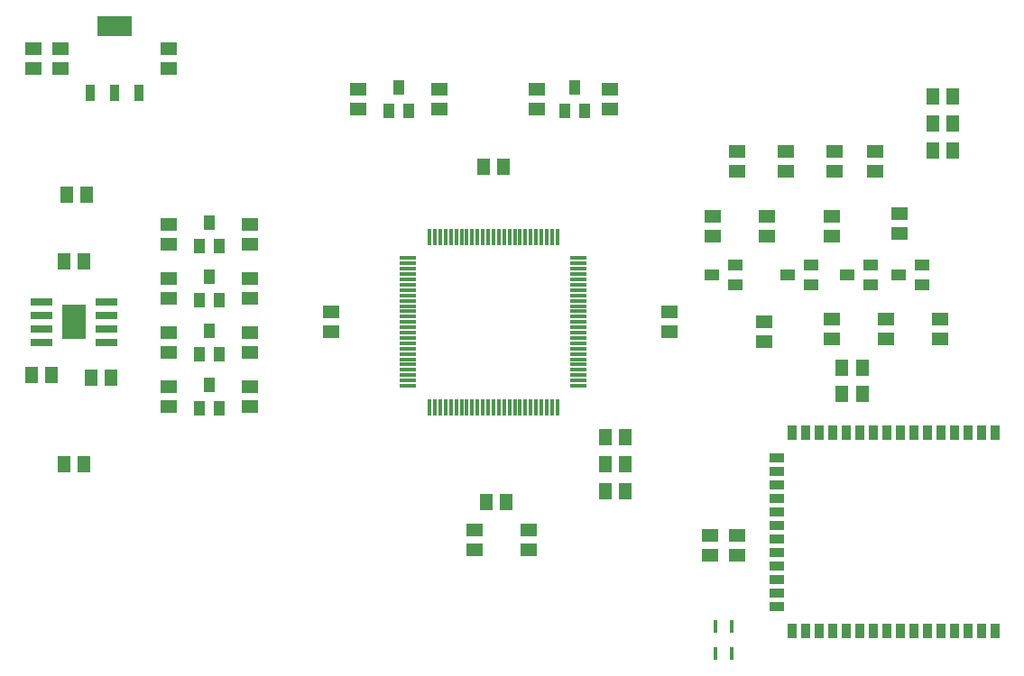
<source format=gtp>
G75*
%MOIN*%
%OFA0B0*%
%FSLAX25Y25*%
%IPPOS*%
%LPD*%
%AMOC8*
5,1,8,0,0,1.08239X$1,22.5*
%
%ADD10R,0.05906X0.05118*%
%ADD11R,0.05118X0.05906*%
%ADD12R,0.05512X0.03543*%
%ADD13R,0.03543X0.05512*%
%ADD14R,0.01772X0.04921*%
%ADD15R,0.08000X0.02600*%
%ADD16R,0.09000X0.13100*%
%ADD17R,0.03300X0.06300*%
%ADD18R,0.13000X0.07500*%
%ADD19R,0.05512X0.03937*%
%ADD20R,0.05906X0.01378*%
%ADD21R,0.01378X0.05906*%
%ADD22R,0.03937X0.05512*%
D10*
X0091800Y0109755D03*
X0091800Y0117235D03*
X0091800Y0129755D03*
X0091800Y0137235D03*
X0091800Y0149755D03*
X0091800Y0157235D03*
X0091800Y0169755D03*
X0091800Y0177235D03*
X0121800Y0177235D03*
X0121800Y0169755D03*
X0121800Y0157235D03*
X0121800Y0149755D03*
X0121800Y0137235D03*
X0121800Y0129755D03*
X0121800Y0117235D03*
X0121800Y0109755D03*
X0151800Y0137255D03*
X0151800Y0144735D03*
X0161800Y0219755D03*
X0161800Y0227235D03*
X0191800Y0227235D03*
X0191800Y0219755D03*
X0227800Y0219755D03*
X0227800Y0227235D03*
X0254800Y0227235D03*
X0254800Y0219755D03*
X0301800Y0204235D03*
X0301800Y0196755D03*
X0319800Y0196755D03*
X0319800Y0204235D03*
X0337800Y0204235D03*
X0337800Y0196755D03*
X0352800Y0196755D03*
X0352800Y0204235D03*
X0361800Y0181235D03*
X0361800Y0173755D03*
X0336800Y0172755D03*
X0336800Y0180235D03*
X0312800Y0180235D03*
X0312800Y0172755D03*
X0292800Y0172755D03*
X0292800Y0180235D03*
X0276800Y0144735D03*
X0276800Y0137255D03*
X0311800Y0133755D03*
X0311800Y0141235D03*
X0336800Y0142235D03*
X0336800Y0134755D03*
X0356800Y0134755D03*
X0356800Y0142235D03*
X0376800Y0142235D03*
X0376800Y0134755D03*
X0301800Y0062235D03*
X0291800Y0062235D03*
X0291800Y0054755D03*
X0301800Y0054755D03*
X0224800Y0056755D03*
X0224800Y0064235D03*
X0204800Y0064235D03*
X0204800Y0056755D03*
X0091800Y0234755D03*
X0091800Y0242235D03*
X0051800Y0242235D03*
X0051800Y0234755D03*
X0041800Y0234755D03*
X0041800Y0242235D03*
D11*
X0053060Y0088495D03*
X0060540Y0088495D03*
X0063060Y0120495D03*
X0070540Y0120495D03*
X0048540Y0121495D03*
X0041060Y0121495D03*
X0053060Y0163495D03*
X0060540Y0163495D03*
X0061540Y0187995D03*
X0054060Y0187995D03*
X0208060Y0198495D03*
X0215540Y0198495D03*
X0340560Y0123995D03*
X0348040Y0123995D03*
X0348040Y0114495D03*
X0340560Y0114495D03*
X0260540Y0098495D03*
X0253060Y0098495D03*
X0253060Y0088495D03*
X0260540Y0088495D03*
X0260540Y0078495D03*
X0253060Y0078495D03*
X0216540Y0074495D03*
X0209060Y0074495D03*
X0374060Y0204495D03*
X0381540Y0204495D03*
X0381540Y0214495D03*
X0374060Y0214495D03*
X0374060Y0224495D03*
X0381540Y0224495D03*
D12*
X0316339Y0090896D03*
X0316339Y0085896D03*
X0316339Y0080896D03*
X0316339Y0075896D03*
X0316339Y0070896D03*
X0316339Y0065896D03*
X0316339Y0060896D03*
X0316339Y0055896D03*
X0316339Y0050896D03*
X0316339Y0045896D03*
X0316339Y0040896D03*
X0316339Y0035896D03*
D13*
X0322127Y0026841D03*
X0327127Y0026841D03*
X0332127Y0026841D03*
X0337127Y0026841D03*
X0342127Y0026841D03*
X0347127Y0026841D03*
X0352127Y0026841D03*
X0357127Y0026841D03*
X0362127Y0026841D03*
X0367127Y0026841D03*
X0372127Y0026841D03*
X0377127Y0026841D03*
X0382127Y0026841D03*
X0387127Y0026841D03*
X0392127Y0026841D03*
X0397127Y0026841D03*
X0397127Y0100149D03*
X0392127Y0100149D03*
X0387127Y0100149D03*
X0382127Y0100149D03*
X0377127Y0100149D03*
X0372127Y0100149D03*
X0367127Y0100149D03*
X0362127Y0100149D03*
X0357127Y0100149D03*
X0352127Y0100149D03*
X0347127Y0100149D03*
X0342127Y0100149D03*
X0337127Y0100149D03*
X0332127Y0100149D03*
X0327127Y0100149D03*
X0322127Y0100149D03*
D14*
X0299851Y0028495D03*
X0293749Y0028495D03*
X0293749Y0018495D03*
X0299851Y0018495D03*
D15*
X0068900Y0133495D03*
X0068900Y0138495D03*
X0068900Y0143495D03*
X0068900Y0148495D03*
X0044700Y0148495D03*
X0044700Y0143495D03*
X0044700Y0138495D03*
X0044700Y0133495D03*
D16*
X0056800Y0140995D03*
D17*
X0062745Y0225895D03*
X0071800Y0225895D03*
X0080855Y0225895D03*
D18*
X0071800Y0250495D03*
D19*
X0292469Y0158495D03*
X0301131Y0162235D03*
X0301131Y0154755D03*
X0320469Y0158495D03*
X0329131Y0162235D03*
X0329131Y0154755D03*
X0342469Y0158495D03*
X0351131Y0162235D03*
X0351131Y0154755D03*
X0361469Y0158495D03*
X0370131Y0162235D03*
X0370131Y0154755D03*
D20*
X0243296Y0154774D03*
X0243296Y0152806D03*
X0243296Y0150837D03*
X0243296Y0148869D03*
X0243296Y0146900D03*
X0243296Y0144932D03*
X0243296Y0142963D03*
X0243296Y0140995D03*
X0243296Y0139026D03*
X0243296Y0137058D03*
X0243296Y0135089D03*
X0243296Y0133121D03*
X0243296Y0131152D03*
X0243296Y0129184D03*
X0243296Y0127215D03*
X0243296Y0125247D03*
X0243296Y0123278D03*
X0243296Y0121310D03*
X0243296Y0119341D03*
X0243296Y0117373D03*
X0243296Y0156743D03*
X0243296Y0158711D03*
X0243296Y0160680D03*
X0243296Y0162648D03*
X0243296Y0164617D03*
X0180304Y0164617D03*
X0180304Y0162648D03*
X0180304Y0160680D03*
X0180304Y0158711D03*
X0180304Y0156743D03*
X0180304Y0154774D03*
X0180304Y0152806D03*
X0180304Y0150837D03*
X0180304Y0148869D03*
X0180304Y0146900D03*
X0180304Y0144932D03*
X0180304Y0142963D03*
X0180304Y0140995D03*
X0180304Y0139026D03*
X0180304Y0137058D03*
X0180304Y0135089D03*
X0180304Y0133121D03*
X0180304Y0131152D03*
X0180304Y0129184D03*
X0180304Y0127215D03*
X0180304Y0125247D03*
X0180304Y0123278D03*
X0180304Y0121310D03*
X0180304Y0119341D03*
X0180304Y0117373D03*
D21*
X0188178Y0109499D03*
X0190146Y0109499D03*
X0192115Y0109499D03*
X0194083Y0109499D03*
X0196052Y0109499D03*
X0198020Y0109499D03*
X0199989Y0109499D03*
X0201957Y0109499D03*
X0203926Y0109499D03*
X0205894Y0109499D03*
X0207863Y0109499D03*
X0209831Y0109499D03*
X0211800Y0109499D03*
X0213769Y0109499D03*
X0215737Y0109499D03*
X0217706Y0109499D03*
X0219674Y0109499D03*
X0221643Y0109499D03*
X0223611Y0109499D03*
X0225580Y0109499D03*
X0227548Y0109499D03*
X0229517Y0109499D03*
X0231485Y0109499D03*
X0233454Y0109499D03*
X0235422Y0109499D03*
X0235422Y0172491D03*
X0233454Y0172491D03*
X0231485Y0172491D03*
X0229517Y0172491D03*
X0227548Y0172491D03*
X0225580Y0172491D03*
X0223611Y0172491D03*
X0221643Y0172491D03*
X0219674Y0172491D03*
X0217706Y0172491D03*
X0215737Y0172491D03*
X0213769Y0172491D03*
X0211800Y0172491D03*
X0209831Y0172491D03*
X0207863Y0172491D03*
X0205894Y0172491D03*
X0203926Y0172491D03*
X0201957Y0172491D03*
X0199989Y0172491D03*
X0198020Y0172491D03*
X0196052Y0172491D03*
X0194083Y0172491D03*
X0192115Y0172491D03*
X0190146Y0172491D03*
X0188178Y0172491D03*
D22*
X0180540Y0219164D03*
X0173060Y0219164D03*
X0176800Y0227826D03*
X0238060Y0219164D03*
X0245540Y0219164D03*
X0241800Y0227826D03*
X0110540Y0169164D03*
X0103060Y0169164D03*
X0106800Y0177826D03*
X0106800Y0157826D03*
X0103060Y0149164D03*
X0110540Y0149164D03*
X0106800Y0137826D03*
X0103060Y0129164D03*
X0110540Y0129164D03*
X0106800Y0117826D03*
X0103060Y0109164D03*
X0110540Y0109164D03*
M02*

</source>
